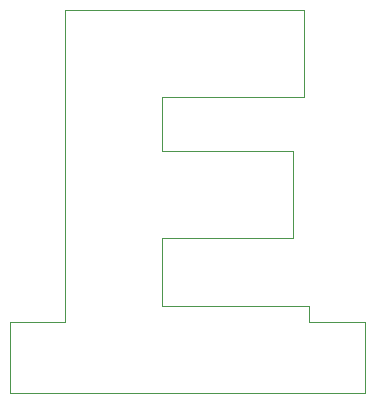
<source format=gm1>
G04 #@! TF.FileFunction,Profile,NP*
%FSLAX46Y46*%
G04 Gerber Fmt 4.6, Leading zero omitted, Abs format (unit mm)*
G04 Created by KiCad (PCBNEW 4.0.0-rc2-stable) date 3/3/2016 3:43:28 PM*
%MOMM*%
G01*
G04 APERTURE LIST*
%ADD10C,0.150000*%
%ADD11C,0.100000*%
G04 APERTURE END LIST*
D10*
D11*
X72000000Y-51160000D02*
X51330000Y-51160000D01*
X51330000Y-51160000D02*
X51330000Y-51150000D01*
X51330000Y-51150000D02*
X46630000Y-51150000D01*
X46630000Y-51150000D02*
X46630000Y-45150000D01*
X46630000Y-45150000D02*
X51330000Y-45150000D01*
X51330000Y-45150000D02*
X51330000Y-18720000D01*
X51330000Y-18720000D02*
X51330000Y-18720000D01*
X51330000Y-18720000D02*
X71580000Y-18720000D01*
X71580000Y-18720000D02*
X71580000Y-18720000D01*
X71580000Y-18720000D02*
X71580000Y-26140000D01*
X71580000Y-26140000D02*
X71580000Y-26140000D01*
X71580000Y-26140000D02*
X59580000Y-26140000D01*
X59580000Y-26140000D02*
X59580000Y-30720000D01*
X59580000Y-30720000D02*
X70610000Y-30720000D01*
X70610000Y-30720000D02*
X70610000Y-30720000D01*
X70610000Y-30720000D02*
X70610000Y-38090000D01*
X70610000Y-38090000D02*
X70610000Y-38090000D01*
X70610000Y-38090000D02*
X59580000Y-38090000D01*
X59580000Y-38090000D02*
X59580000Y-43790000D01*
X59580000Y-43790000D02*
X72000000Y-43790000D01*
X72000000Y-43790000D02*
X72000000Y-43790000D01*
X72000000Y-43790000D02*
X72000000Y-45150000D01*
X72000000Y-45150000D02*
X76700000Y-45150000D01*
X76700000Y-45150000D02*
X76700000Y-51150000D01*
X76700000Y-51150000D02*
X72000000Y-51150000D01*
X72000000Y-51150000D02*
X72000000Y-51160000D01*
X72000000Y-51160000D02*
X72000000Y-51160000D01*
X72000000Y-51160000D02*
X72000000Y-51160000D01*
M02*

</source>
